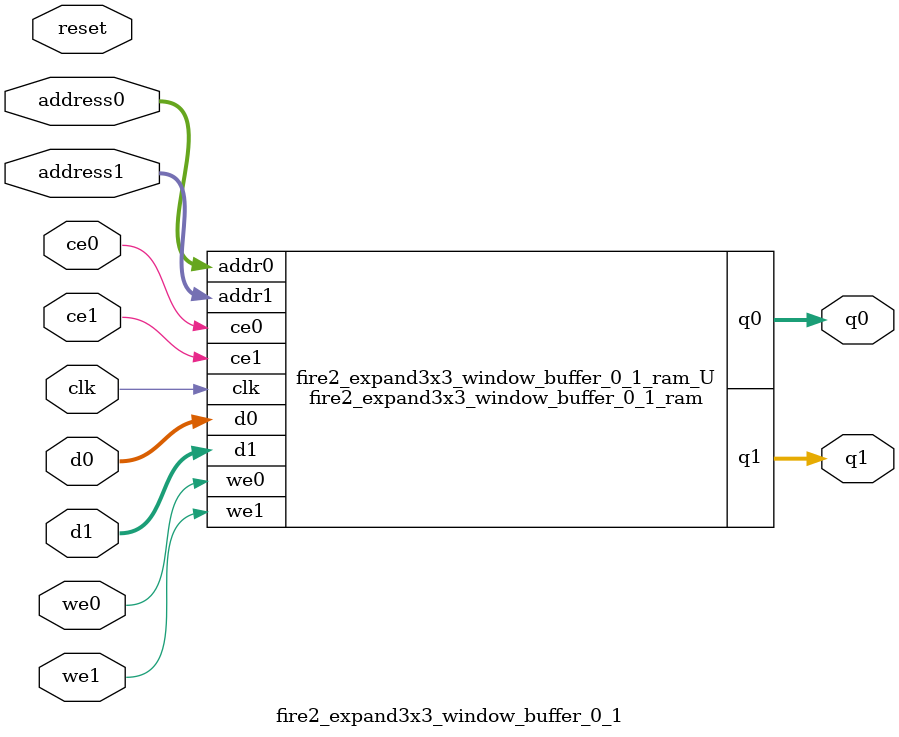
<source format=v>

`timescale 1 ns / 1 ps
module fire2_expand3x3_window_buffer_0_1_ram (addr0, ce0, d0, we0, q0, addr1, ce1, d1, we1, q1,  clk);

parameter DWIDTH = 32;
parameter AWIDTH = 4;
parameter MEM_SIZE = 16;

input[AWIDTH-1:0] addr0;
input ce0;
input[DWIDTH-1:0] d0;
input we0;
output reg[DWIDTH-1:0] q0;
input[AWIDTH-1:0] addr1;
input ce1;
input[DWIDTH-1:0] d1;
input we1;
output reg[DWIDTH-1:0] q1;
input clk;

(* ram_style = "block" *)reg [DWIDTH-1:0] ram[MEM_SIZE-1:0];




always @(posedge clk)  
begin 
    if (ce0) 
    begin
        if (we0) 
        begin 
            ram[addr0] <= d0; 
            q0 <= d0;
        end 
        else 
            q0 <= ram[addr0];
    end
end


always @(posedge clk)  
begin 
    if (ce1) 
    begin
        if (we1) 
        begin 
            ram[addr1] <= d1; 
            q1 <= d1;
        end 
        else 
            q1 <= ram[addr1];
    end
end


endmodule


`timescale 1 ns / 1 ps
module fire2_expand3x3_window_buffer_0_1(
    reset,
    clk,
    address0,
    ce0,
    we0,
    d0,
    q0,
    address1,
    ce1,
    we1,
    d1,
    q1);

parameter DataWidth = 32'd32;
parameter AddressRange = 32'd16;
parameter AddressWidth = 32'd4;
input reset;
input clk;
input[AddressWidth - 1:0] address0;
input ce0;
input we0;
input[DataWidth - 1:0] d0;
output[DataWidth - 1:0] q0;
input[AddressWidth - 1:0] address1;
input ce1;
input we1;
input[DataWidth - 1:0] d1;
output[DataWidth - 1:0] q1;



fire2_expand3x3_window_buffer_0_1_ram fire2_expand3x3_window_buffer_0_1_ram_U(
    .clk( clk ),
    .addr0( address0 ),
    .ce0( ce0 ),
    .d0( d0 ),
    .we0( we0 ),
    .q0( q0 ),
    .addr1( address1 ),
    .ce1( ce1 ),
    .d1( d1 ),
    .we1( we1 ),
    .q1( q1 ));

endmodule


</source>
